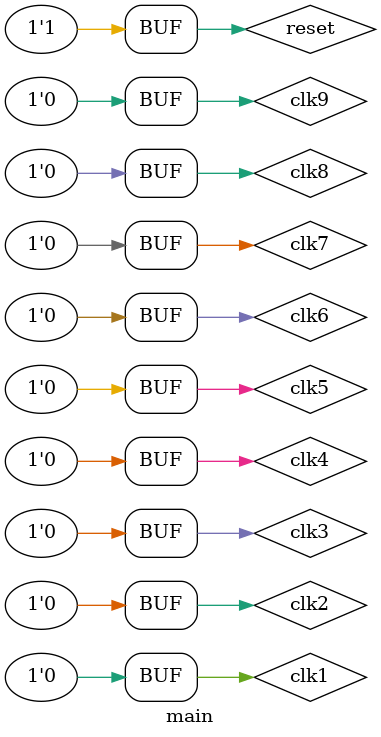
<source format=v>
module main();
	
	reg clk1,clk2,clk3,clk4,clk5,clk6,clk7,clk8,clk9,reset;
	wire winP1,winP2,draw,i1p1,i1p2,i2p1,i2p2,i3p1,i3p2,i4p1,i4p2,i5p1,i5p2,i6p1,i6p2,i7p1,i7p2,i8p1,i8p2,i9p1,i9p2,xI1,xI2,xI3,xI4,xI5,xI6,xI7,xI8,xI9;
	
	game lol(clk1,clk2,clk3,clk4,clk5,clk6,clk7,clk8,clk9,reset,winP1,winP2,draw,i1p1,i1p2,i2p1,i2p2,i3p1,i3p2,i4p1,i4p2,i5p1,i5p2,i6p1,i6p2,i7p1,i7p2,i8p1,i8p2,i9p1,i9p2,xI1,xI2,xI3,xI4,xI5,xI6,xI7,xI8,xI9);
	
	initial begin
		clk1=0;clk2=0;clk3=0;clk4=0;clk5=0;clk6=0;clk7=0;clk8=0;clk9=0;reset=1;
		#1 reset =0;
		#2 reset =1;
		#1 clk1 = 1;
		#1 clk1 = 0;
		#1 clk5 = 1;
		#1 clk5 = 0;
		#1 clk2 = 1;
		#1 clk2 = 0;
		#1 clk1 = 1;
		#1 clk1 = 0;
		#1 clk7 = 1;
		#1 clk7 = 0;
		#1 clk3 = 1;
		#1 clk3 = 0;
		#1 clk6 = 1;
		#1 clk6 = 0;
	end
	
	always @ (posedge reset or negedge clk1 or negedge clk2 or negedge clk3 or negedge clk4 or negedge clk5 or negedge clk6 or negedge clk7 or negedge clk8 or negedge clk9) begin
			$display("%b\t%b\t%b\n",i1p1,i2p1,i3p1);
			$display("%b\t%b\t%b\n\n\n",i1p2,i2p2,i3p2);
			$display("%b\t%b\t%b\n",i4p1,i5p1,i6p1);
			$display("%b\t%b\t%b\n\n\n",i4p2,i5p2,i6p2);
			$display("%b\t%b\t%b\n",i7p1,i8p1,i9p1);
			$display("%b\t%b\t%b\n\n\n",i7p2,i8p2,i9p2);
			$display("--------------------\n\n");
			$display("Is player1 winning : %b\n",winP1);
			$display("Is player2 winning : %b\n",winP2);
			$display("Is the game a draw : %b\n\n",draw);
			$display("--------------------\n\n");
	end
	
endmodule
</source>
